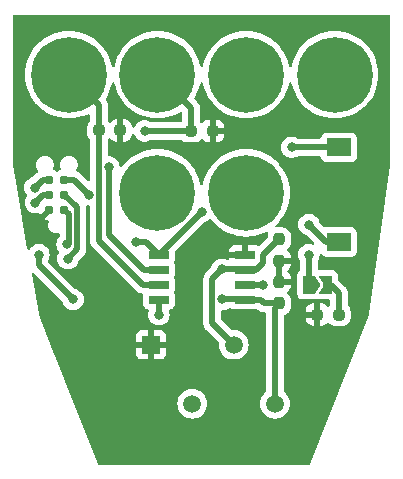
<source format=gbr>
%TF.GenerationSoftware,KiCad,Pcbnew,7.0.6*%
%TF.CreationDate,2023-10-04T19:29:37-04:00*%
%TF.ProjectId,Encoder_Pulse_Generic_ATTINY85,456e636f-6465-4725-9f50-756c73655f47,rev?*%
%TF.SameCoordinates,Original*%
%TF.FileFunction,Copper,L1,Top*%
%TF.FilePolarity,Positive*%
%FSLAX46Y46*%
G04 Gerber Fmt 4.6, Leading zero omitted, Abs format (unit mm)*
G04 Created by KiCad (PCBNEW 7.0.6) date 2023-10-04 19:29:37*
%MOMM*%
%LPD*%
G01*
G04 APERTURE LIST*
G04 Aperture macros list*
%AMRoundRect*
0 Rectangle with rounded corners*
0 $1 Rounding radius*
0 $2 $3 $4 $5 $6 $7 $8 $9 X,Y pos of 4 corners*
0 Add a 4 corners polygon primitive as box body*
4,1,4,$2,$3,$4,$5,$6,$7,$8,$9,$2,$3,0*
0 Add four circle primitives for the rounded corners*
1,1,$1+$1,$2,$3*
1,1,$1+$1,$4,$5*
1,1,$1+$1,$6,$7*
1,1,$1+$1,$8,$9*
0 Add four rect primitives between the rounded corners*
20,1,$1+$1,$2,$3,$4,$5,0*
20,1,$1+$1,$4,$5,$6,$7,0*
20,1,$1+$1,$6,$7,$8,$9,0*
20,1,$1+$1,$8,$9,$2,$3,0*%
%AMFreePoly0*
4,1,6,1.000000,0.000000,0.500000,-0.750000,-0.500000,-0.750000,-0.500000,0.750000,0.500000,0.750000,1.000000,0.000000,1.000000,0.000000,$1*%
%AMFreePoly1*
4,1,6,0.500000,-0.750000,-0.650000,-0.750000,-0.150000,0.000000,-0.650000,0.750000,0.500000,0.750000,0.500000,-0.750000,0.500000,-0.750000,$1*%
G04 Aperture macros list end*
%TA.AperFunction,ConnectorPad*%
%ADD10C,0.787400*%
%TD*%
%TA.AperFunction,SMDPad,CuDef*%
%ADD11RoundRect,0.237500X-0.250000X-0.237500X0.250000X-0.237500X0.250000X0.237500X-0.250000X0.237500X0*%
%TD*%
%TA.AperFunction,SMDPad,CuDef*%
%ADD12FreePoly0,0.000000*%
%TD*%
%TA.AperFunction,SMDPad,CuDef*%
%ADD13FreePoly1,0.000000*%
%TD*%
%TA.AperFunction,SMDPad,CuDef*%
%ADD14R,2.000000X1.500000*%
%TD*%
%TA.AperFunction,ComponentPad*%
%ADD15C,1.508000*%
%TD*%
%TA.AperFunction,ComponentPad*%
%ADD16R,1.508000X1.508000*%
%TD*%
%TA.AperFunction,SMDPad,CuDef*%
%ADD17RoundRect,0.237500X0.250000X0.237500X-0.250000X0.237500X-0.250000X-0.237500X0.250000X-0.237500X0*%
%TD*%
%TA.AperFunction,SMDPad,CuDef*%
%ADD18RoundRect,0.237500X0.237500X-0.250000X0.237500X0.250000X-0.237500X0.250000X-0.237500X-0.250000X0*%
%TD*%
%TA.AperFunction,SMDPad,CuDef*%
%ADD19RoundRect,0.237500X-0.237500X0.250000X-0.237500X-0.250000X0.237500X-0.250000X0.237500X0.250000X0*%
%TD*%
%TA.AperFunction,SMDPad,CuDef*%
%ADD20R,1.700000X0.650000*%
%TD*%
%TA.AperFunction,ComponentPad*%
%ADD21C,3.600000*%
%TD*%
%TA.AperFunction,ConnectorPad*%
%ADD22C,6.400000*%
%TD*%
%TA.AperFunction,ViaPad*%
%ADD23C,0.800000*%
%TD*%
%TA.AperFunction,Conductor*%
%ADD24C,0.500000*%
%TD*%
G04 APERTURE END LIST*
D10*
%TO.P,J2,1,SWO*%
%TO.N,/SEL*%
X126619000Y-87630000D03*
%TO.P,J2,2,VCC*%
%TO.N,+5V*%
X125349000Y-87630000D03*
%TO.P,J2,3,SWCLK*%
%TO.N,/SCL*%
X126619000Y-86360000D03*
%TO.P,J2,4,~{RESET}*%
%TO.N,/SDA*%
X125349000Y-86360000D03*
%TO.P,J2,5,SWDIO*%
%TO.N,/RST*%
X126619000Y-85090000D03*
%TO.P,J2,6,GND*%
%TO.N,GND*%
X125349000Y-85090000D03*
%TD*%
D11*
%TO.P,R5,1*%
%TO.N,+5V*%
X148035000Y-96520000D03*
%TO.P,R5,2*%
%TO.N,Net-(JP1-B)*%
X149860000Y-96520000D03*
%TD*%
D12*
%TO.P,JP1,1,A*%
%TO.N,/SEL*%
X147320000Y-93980000D03*
D13*
%TO.P,JP1,2,B*%
%TO.N,Net-(JP1-B)*%
X148770000Y-93980000D03*
%TD*%
D14*
%TO.P,SW1,1,1*%
%TO.N,GND*%
X149860000Y-90360000D03*
%TO.P,SW1,2,2*%
%TO.N,/RST*%
X149860000Y-82360000D03*
%TD*%
D15*
%TO.P,J1,4,Pin_4*%
%TO.N,/SDA*%
X144455138Y-104060000D03*
%TO.P,J1,3,Pin_3*%
%TO.N,/SCL*%
X140955138Y-99060000D03*
%TO.P,J1,2,Pin_2*%
%TO.N,GND*%
X137455138Y-104060000D03*
D16*
%TO.P,J1,1,Pin_1*%
%TO.N,+5V*%
X133955138Y-99060000D03*
%TD*%
D17*
%TO.P,R4,1*%
%TO.N,+5V*%
X131365000Y-80927869D03*
%TO.P,R4,2*%
%TO.N,/ENCA*%
X129540000Y-80927869D03*
%TD*%
%TO.P,R3,2*%
%TO.N,/ENCB*%
X137352321Y-80966968D03*
%TO.P,R3,1*%
%TO.N,+5V*%
X139177321Y-80966968D03*
%TD*%
D18*
%TO.P,R2,1*%
%TO.N,+5V*%
X144803487Y-91946372D03*
%TO.P,R2,2*%
%TO.N,/SCL*%
X144803487Y-90121372D03*
%TD*%
D19*
%TO.P,R1,1*%
%TO.N,+5V*%
X144826975Y-93738517D03*
%TO.P,R1,2*%
%TO.N,/SDA*%
X144826975Y-95563517D03*
%TD*%
D20*
%TO.P,U1,1,~{RESET}/PB5*%
%TO.N,/RST*%
X134620000Y-91440000D03*
%TO.P,U1,2,XTAL1/PB3*%
%TO.N,/ENCB*%
X134620000Y-92710000D03*
%TO.P,U1,3,XTAL2/PB4*%
%TO.N,/ENCA*%
X134620000Y-93980000D03*
%TO.P,U1,4,GND*%
%TO.N,GND*%
X134620000Y-95250000D03*
%TO.P,U1,5,AREF/PB0*%
%TO.N,/SDA*%
X141920000Y-95250000D03*
%TO.P,U1,6,PB1*%
%TO.N,/SEL*%
X141920000Y-93980000D03*
%TO.P,U1,7,PB2*%
%TO.N,/SCL*%
X141920000Y-92710000D03*
%TO.P,U1,8,VCC*%
%TO.N,+5V*%
X141920000Y-91440000D03*
%TD*%
D21*
%TO.P,REF\u002A\u002A,1*%
%TO.N,N/C*%
X142000000Y-86200000D03*
D22*
X142000000Y-86200000D03*
%TD*%
D21*
%TO.P,REF\u002A\u002A,1*%
%TO.N,N/C*%
X134500000Y-86200000D03*
D22*
X134500000Y-86200000D03*
%TD*%
D21*
%TO.P,REF\u002A\u002A,1*%
%TO.N,unconnected-(U1-VCC-Pad8)*%
X149500000Y-76200000D03*
D22*
X149500000Y-76200000D03*
%TD*%
D21*
%TO.P,REF\u002A\u002A,1*%
%TO.N,unconnected-(U1-GND-Pad4)*%
X142000000Y-76200000D03*
D22*
X142000000Y-76200000D03*
%TD*%
D21*
%TO.P,REF\u002A\u002A,1*%
%TO.N,/ENCB*%
X134500000Y-76200000D03*
D22*
X134500000Y-76200000D03*
%TD*%
%TO.P,REF\u002A\u002A,1*%
%TO.N,/ENCA*%
X127000000Y-76200000D03*
D21*
X127000000Y-76200000D03*
%TD*%
D23*
%TO.N,GND*%
X147320000Y-88900000D03*
X134620000Y-96520000D03*
%TO.N,/RST*%
X138245270Y-87814730D03*
X145867042Y-82352498D03*
%TO.N,/SEL*%
X126850500Y-90566520D03*
%TO.N,/SDA*%
X124460000Y-91440000D03*
X124166905Y-87043735D03*
%TO.N,/ENCB*%
X130389500Y-84004601D03*
X133410197Y-80967966D03*
%TO.N,GND*%
X124121814Y-85766296D03*
%TO.N,/SDA*%
X139985792Y-95235573D03*
X127354554Y-95235573D03*
%TO.N,/RST*%
X132706343Y-90391062D03*
X128690500Y-86360000D03*
%TO.N,/SCL*%
X139953639Y-92686439D03*
X126916577Y-91773337D03*
%TO.N,/SEL*%
X147320000Y-91440000D03*
X143403365Y-94004182D03*
%TD*%
D24*
%TO.N,/SCL*%
X139135792Y-93504286D02*
X139953639Y-92686439D01*
X139135792Y-97240654D02*
X139135792Y-93504286D01*
X140955138Y-99060000D02*
X139135792Y-97240654D01*
%TO.N,/SDA*%
X144455138Y-95935354D02*
X144455138Y-104060000D01*
X144826975Y-95563517D02*
X144455138Y-95935354D01*
%TO.N,GND*%
X148780000Y-90360000D02*
X147320000Y-88900000D01*
X149860000Y-90360000D02*
X148780000Y-90360000D01*
X134620000Y-95250000D02*
X134620000Y-96520000D01*
%TO.N,/RST*%
X145874544Y-82360000D02*
X145867042Y-82352498D01*
X149860000Y-82360000D02*
X145874544Y-82360000D01*
%TO.N,/SEL*%
X127000000Y-90417020D02*
X126850500Y-90566520D01*
X127000000Y-90396354D02*
X127000000Y-90417020D01*
%TO.N,/SDA*%
X124850640Y-86360000D02*
X124166905Y-87043735D01*
X125349000Y-86360000D02*
X124850640Y-86360000D01*
%TO.N,/ENCB*%
X133411195Y-80966968D02*
X133410197Y-80967966D01*
X133423199Y-80966968D02*
X133411195Y-80966968D01*
%TO.N,GND*%
X124798110Y-85090000D02*
X124121814Y-85766296D01*
X125349000Y-85090000D02*
X124798110Y-85090000D01*
%TO.N,/SDA*%
X139985792Y-95235573D02*
X141905573Y-95235573D01*
X141905573Y-95235573D02*
X141920000Y-95250000D01*
X124460000Y-92341019D02*
X127354554Y-95235573D01*
X124460000Y-91440000D02*
X124460000Y-92341019D01*
%TO.N,/RST*%
X133571062Y-90391062D02*
X134620000Y-91440000D01*
X132706343Y-90391062D02*
X133571062Y-90391062D01*
X127420500Y-85090000D02*
X128690500Y-86360000D01*
X126619000Y-85090000D02*
X127420500Y-85090000D01*
%TO.N,/SCL*%
X141896439Y-92686439D02*
X141920000Y-92710000D01*
X139953639Y-92686439D02*
X141896439Y-92686439D01*
X127700000Y-90989914D02*
X126916577Y-91773337D01*
X127700000Y-87441000D02*
X127700000Y-90989914D01*
X126619000Y-86360000D02*
X127700000Y-87441000D01*
%TO.N,/SEL*%
X127000000Y-88011000D02*
X127000000Y-90396354D01*
X126619000Y-87630000D02*
X127000000Y-88011000D01*
X141944182Y-94004182D02*
X141920000Y-93980000D01*
X143403365Y-94004182D02*
X141944182Y-94004182D01*
X147320000Y-93980000D02*
X147320000Y-91440000D01*
%TO.N,Net-(JP1-B)*%
X149158718Y-93980000D02*
X149860000Y-94681282D01*
X149860000Y-94681282D02*
X149860000Y-96520000D01*
X148770000Y-93980000D02*
X149158718Y-93980000D01*
%TO.N,/RST*%
X138245270Y-87814730D02*
X134620000Y-91440000D01*
%TO.N,/SDA*%
X144821678Y-95558220D02*
X144826975Y-95563517D01*
X143539666Y-95558220D02*
X144821678Y-95558220D01*
X143231446Y-95250000D02*
X143539666Y-95558220D01*
X141920000Y-95250000D02*
X143231446Y-95250000D01*
%TO.N,/SCL*%
X143445714Y-91479145D02*
X144803487Y-90121372D01*
X143445714Y-92128979D02*
X143445714Y-91479145D01*
X142864693Y-92710000D02*
X143445714Y-92128979D01*
X141920000Y-92710000D02*
X142864693Y-92710000D01*
%TO.N,/ENCB*%
X130385566Y-89745566D02*
X133350000Y-92710000D01*
X133350000Y-92710000D02*
X134620000Y-92710000D01*
X130385566Y-84004601D02*
X130385566Y-89745566D01*
X137352321Y-80966968D02*
X133423199Y-80966968D01*
%TO.N,/ENCA*%
X133270000Y-93980000D02*
X134620000Y-93980000D01*
X129540000Y-90250000D02*
X133270000Y-93980000D01*
X129540000Y-80927869D02*
X129540000Y-90250000D01*
X129540000Y-78740000D02*
X129540000Y-80927869D01*
X127000000Y-76200000D02*
X129540000Y-78740000D01*
%TO.N,/ENCB*%
X137352321Y-79052321D02*
X134500000Y-76200000D01*
X137352321Y-80966968D02*
X137352321Y-79052321D01*
%TD*%
%TA.AperFunction,Conductor*%
%TO.N,+5V*%
G36*
X154174539Y-71140185D02*
G01*
X154220294Y-71192989D01*
X154231500Y-71244500D01*
X154231500Y-83815588D01*
X154230886Y-83824296D01*
X153801270Y-86855475D01*
X152433577Y-96505298D01*
X152426091Y-96533558D01*
X147432688Y-109141161D01*
X147389700Y-109196241D01*
X147323758Y-109219337D01*
X147317401Y-109219500D01*
X129546599Y-109219500D01*
X129479560Y-109199815D01*
X129433805Y-109147011D01*
X129431312Y-109141161D01*
X127418852Y-104060000D01*
X136195846Y-104060000D01*
X136214977Y-104278674D01*
X136271791Y-104490703D01*
X136271792Y-104490706D01*
X136271793Y-104490708D01*
X136364557Y-104689642D01*
X136364561Y-104689650D01*
X136490460Y-104869452D01*
X136490465Y-104869458D01*
X136645679Y-105024672D01*
X136645685Y-105024677D01*
X136825487Y-105150576D01*
X136825489Y-105150577D01*
X136825492Y-105150579D01*
X137024435Y-105243347D01*
X137236464Y-105300161D01*
X137392659Y-105313825D01*
X137455136Y-105319292D01*
X137455138Y-105319292D01*
X137455140Y-105319292D01*
X137509806Y-105314509D01*
X137673812Y-105300161D01*
X137885841Y-105243347D01*
X138084784Y-105150579D01*
X138264595Y-105024674D01*
X138419812Y-104869457D01*
X138545717Y-104689646D01*
X138638485Y-104490703D01*
X138695299Y-104278674D01*
X138714430Y-104060000D01*
X138695299Y-103841326D01*
X138638485Y-103629297D01*
X138545717Y-103430354D01*
X138545715Y-103430351D01*
X138545714Y-103430349D01*
X138419815Y-103250547D01*
X138419810Y-103250541D01*
X138264596Y-103095327D01*
X138264590Y-103095322D01*
X138084788Y-102969423D01*
X138084780Y-102969419D01*
X137885846Y-102876655D01*
X137885844Y-102876654D01*
X137885841Y-102876653D01*
X137735023Y-102836240D01*
X137673813Y-102819839D01*
X137673806Y-102819838D01*
X137455140Y-102800708D01*
X137455136Y-102800708D01*
X137236469Y-102819838D01*
X137236462Y-102819839D01*
X137114040Y-102852642D01*
X137024435Y-102876653D01*
X137024433Y-102876653D01*
X137024429Y-102876655D01*
X136825495Y-102969419D01*
X136825487Y-102969423D01*
X136645685Y-103095322D01*
X136645679Y-103095327D01*
X136490465Y-103250541D01*
X136490460Y-103250547D01*
X136364561Y-103430349D01*
X136364557Y-103430357D01*
X136271793Y-103629291D01*
X136214977Y-103841324D01*
X136214976Y-103841331D01*
X136195846Y-104059997D01*
X136195846Y-104060000D01*
X127418852Y-104060000D01*
X125820608Y-100024672D01*
X125756111Y-99861827D01*
X132701137Y-99861827D01*
X132701138Y-99861844D01*
X132707539Y-99921372D01*
X132707541Y-99921379D01*
X132757783Y-100056086D01*
X132757787Y-100056093D01*
X132843947Y-100171187D01*
X132843950Y-100171190D01*
X132959044Y-100257350D01*
X132959051Y-100257354D01*
X133093758Y-100307596D01*
X133093765Y-100307598D01*
X133153293Y-100313999D01*
X133153310Y-100314000D01*
X133705138Y-100314000D01*
X133705138Y-99495501D01*
X133812823Y-99544680D01*
X133919375Y-99560000D01*
X133990901Y-99560000D01*
X134097453Y-99544680D01*
X134205138Y-99495501D01*
X134205138Y-100314000D01*
X134756966Y-100314000D01*
X134756982Y-100313999D01*
X134816510Y-100307598D01*
X134816517Y-100307596D01*
X134951224Y-100257354D01*
X134951231Y-100257350D01*
X135066325Y-100171190D01*
X135066328Y-100171187D01*
X135152488Y-100056093D01*
X135152492Y-100056086D01*
X135202734Y-99921379D01*
X135202736Y-99921372D01*
X135209137Y-99861844D01*
X135209138Y-99861827D01*
X135209138Y-99310000D01*
X134388824Y-99310000D01*
X134414631Y-99269844D01*
X134455138Y-99131889D01*
X134455138Y-98988111D01*
X134414631Y-98850156D01*
X134388824Y-98810000D01*
X135209138Y-98810000D01*
X135209138Y-98258172D01*
X135209137Y-98258155D01*
X135202736Y-98198627D01*
X135202734Y-98198620D01*
X135152492Y-98063913D01*
X135152488Y-98063906D01*
X135066328Y-97948812D01*
X135066325Y-97948809D01*
X134951231Y-97862649D01*
X134951224Y-97862645D01*
X134816517Y-97812403D01*
X134816510Y-97812401D01*
X134756982Y-97806000D01*
X134205138Y-97806000D01*
X134205138Y-98624498D01*
X134097453Y-98575320D01*
X133990901Y-98560000D01*
X133919375Y-98560000D01*
X133812823Y-98575320D01*
X133705138Y-98624498D01*
X133705138Y-97806000D01*
X133153293Y-97806000D01*
X133093765Y-97812401D01*
X133093758Y-97812403D01*
X132959051Y-97862645D01*
X132959044Y-97862649D01*
X132843950Y-97948809D01*
X132843947Y-97948812D01*
X132757787Y-98063906D01*
X132757783Y-98063913D01*
X132707541Y-98198620D01*
X132707539Y-98198627D01*
X132701138Y-98258155D01*
X132701137Y-98258172D01*
X132701137Y-98810000D01*
X133521452Y-98810000D01*
X133495645Y-98850156D01*
X133455138Y-98988111D01*
X133455138Y-99131889D01*
X133495645Y-99269844D01*
X133521452Y-99310000D01*
X132701138Y-99310000D01*
X132701137Y-99861827D01*
X125756111Y-99861827D01*
X124437193Y-96531756D01*
X124430301Y-96507262D01*
X124429961Y-96505298D01*
X123840310Y-93101403D01*
X123848263Y-93031990D01*
X123892482Y-92977893D01*
X123958928Y-92956291D01*
X124026506Y-92974042D01*
X124050171Y-92992559D01*
X126441782Y-95384168D01*
X126472032Y-95433531D01*
X126527372Y-95603850D01*
X126527375Y-95603857D01*
X126622021Y-95767789D01*
X126748682Y-95908460D01*
X126748683Y-95908461D01*
X126901819Y-96019721D01*
X126901824Y-96019724D01*
X127074746Y-96096715D01*
X127074751Y-96096717D01*
X127259908Y-96136073D01*
X127259909Y-96136073D01*
X127449198Y-96136073D01*
X127449200Y-96136073D01*
X127634357Y-96096717D01*
X127807284Y-96019724D01*
X127960425Y-95908461D01*
X128087087Y-95767789D01*
X128181733Y-95603857D01*
X128240228Y-95423829D01*
X128260014Y-95235573D01*
X128240228Y-95047317D01*
X128181733Y-94867289D01*
X128087087Y-94703357D01*
X127960425Y-94562685D01*
X127960424Y-94562684D01*
X127807288Y-94451424D01*
X127807283Y-94451421D01*
X127634361Y-94374430D01*
X127634356Y-94374428D01*
X127569223Y-94360584D01*
X127507741Y-94327391D01*
X127507323Y-94326975D01*
X125246818Y-92066469D01*
X125213333Y-92005146D01*
X125210499Y-91978788D01*
X125210499Y-91974322D01*
X125227112Y-91912321D01*
X125287179Y-91808284D01*
X125345674Y-91628256D01*
X125365460Y-91440000D01*
X125345674Y-91251744D01*
X125287179Y-91071716D01*
X125192533Y-90907784D01*
X125065871Y-90767112D01*
X125053071Y-90757812D01*
X124912734Y-90655851D01*
X124912729Y-90655848D01*
X124739807Y-90578857D01*
X124739802Y-90578855D01*
X124594001Y-90547865D01*
X124554646Y-90539500D01*
X124365354Y-90539500D01*
X124332897Y-90546398D01*
X124180197Y-90578855D01*
X124180192Y-90578857D01*
X124007270Y-90655848D01*
X124007265Y-90655851D01*
X123854129Y-90767111D01*
X123727465Y-90907785D01*
X123693114Y-90967284D01*
X123642547Y-91015500D01*
X123573940Y-91028722D01*
X123509075Y-91002754D01*
X123468547Y-90945840D01*
X123463547Y-90926449D01*
X122569661Y-85766296D01*
X123216354Y-85766296D01*
X123236140Y-85954552D01*
X123236141Y-85954555D01*
X123294632Y-86134573D01*
X123294635Y-86134580D01*
X123389278Y-86298508D01*
X123389279Y-86298510D01*
X123389281Y-86298512D01*
X123433015Y-86347083D01*
X123463244Y-86410073D01*
X123454619Y-86479408D01*
X123437626Y-86505853D01*
X123438191Y-86506263D01*
X123434369Y-86511522D01*
X123339726Y-86675450D01*
X123339723Y-86675457D01*
X123281232Y-86855475D01*
X123281231Y-86855479D01*
X123261445Y-87043735D01*
X123281231Y-87231991D01*
X123281232Y-87231994D01*
X123339723Y-87412012D01*
X123339726Y-87412019D01*
X123434372Y-87575951D01*
X123500763Y-87649685D01*
X123561034Y-87716623D01*
X123714170Y-87827883D01*
X123714175Y-87827886D01*
X123887097Y-87904877D01*
X123887102Y-87904879D01*
X124072259Y-87944235D01*
X124072260Y-87944235D01*
X124261549Y-87944235D01*
X124261551Y-87944235D01*
X124386059Y-87917770D01*
X124455724Y-87923086D01*
X124511458Y-87965223D01*
X124524272Y-87990080D01*
X124525424Y-87989568D01*
X124528066Y-87995503D01*
X124565355Y-88060089D01*
X124565356Y-88060090D01*
X125137319Y-87488127D01*
X125198642Y-87454642D01*
X125268334Y-87459626D01*
X125324267Y-87501498D01*
X125348684Y-87566962D01*
X125349000Y-87575808D01*
X125349000Y-87630000D01*
X125403190Y-87630000D01*
X125470229Y-87649685D01*
X125515984Y-87702489D01*
X125525928Y-87771647D01*
X125496903Y-87835203D01*
X125490871Y-87841681D01*
X124916732Y-88415818D01*
X125071312Y-88484641D01*
X125182783Y-88508335D01*
X125244265Y-88541527D01*
X125278041Y-88602690D01*
X125275793Y-88665188D01*
X125244532Y-88769608D01*
X125244530Y-88769616D01*
X125236936Y-88899999D01*
X125234393Y-88943660D01*
X125264668Y-89115354D01*
X125333721Y-89275438D01*
X125333722Y-89275440D01*
X125333724Y-89275443D01*
X125433671Y-89409694D01*
X125437832Y-89415283D01*
X125571386Y-89527349D01*
X125727185Y-89605594D01*
X125896829Y-89645800D01*
X125896831Y-89645800D01*
X126027429Y-89645800D01*
X126027436Y-89645800D01*
X126111105Y-89636020D01*
X126179975Y-89647788D01*
X126231551Y-89694922D01*
X126249500Y-89759181D01*
X126249500Y-89840622D01*
X126229815Y-89907661D01*
X126217650Y-89923594D01*
X126117966Y-90034304D01*
X126023321Y-90198235D01*
X126023318Y-90198242D01*
X125981718Y-90326275D01*
X125964826Y-90378264D01*
X125945040Y-90566520D01*
X125964826Y-90754776D01*
X125965812Y-90757812D01*
X126023318Y-90934797D01*
X126023321Y-90934804D01*
X126117966Y-91098735D01*
X126148034Y-91132129D01*
X126178264Y-91195121D01*
X126169638Y-91264456D01*
X126163271Y-91277101D01*
X126089398Y-91405052D01*
X126089395Y-91405059D01*
X126030904Y-91585077D01*
X126030903Y-91585081D01*
X126011117Y-91773337D01*
X126030903Y-91961593D01*
X126030904Y-91961596D01*
X126089395Y-92141614D01*
X126089398Y-92141621D01*
X126184044Y-92305553D01*
X126310706Y-92446225D01*
X126463842Y-92557485D01*
X126463847Y-92557488D01*
X126636769Y-92634479D01*
X126636774Y-92634481D01*
X126821931Y-92673837D01*
X126821932Y-92673837D01*
X127011221Y-92673837D01*
X127011223Y-92673837D01*
X127196380Y-92634481D01*
X127369307Y-92557488D01*
X127522448Y-92446225D01*
X127649110Y-92305553D01*
X127743756Y-92141621D01*
X127799099Y-91971292D01*
X127829346Y-91921934D01*
X128185641Y-91565638D01*
X128199260Y-91553868D01*
X128218530Y-91539524D01*
X128252123Y-91499488D01*
X128255757Y-91495522D01*
X128261590Y-91489691D01*
X128281923Y-91463974D01*
X128331302Y-91405128D01*
X128331309Y-91405112D01*
X128335272Y-91399090D01*
X128335324Y-91399124D01*
X128339371Y-91392772D01*
X128339317Y-91392739D01*
X128343104Y-91386598D01*
X128343110Y-91386591D01*
X128375561Y-91317000D01*
X128395599Y-91277101D01*
X128410040Y-91248347D01*
X128410042Y-91248335D01*
X128412510Y-91241558D01*
X128412568Y-91241579D01*
X128415043Y-91234460D01*
X128414985Y-91234441D01*
X128417256Y-91227586D01*
X128418676Y-91220712D01*
X128432784Y-91152381D01*
X128450500Y-91077635D01*
X128450500Y-91077634D01*
X128451339Y-91070462D01*
X128451397Y-91070468D01*
X128452164Y-91062970D01*
X128452104Y-91062965D01*
X128452733Y-91055774D01*
X128450500Y-90979017D01*
X128450500Y-87504705D01*
X128451809Y-87486735D01*
X128452129Y-87484547D01*
X128455289Y-87462977D01*
X128450735Y-87410931D01*
X128450500Y-87405528D01*
X128450500Y-87397296D01*
X128450499Y-87397286D01*
X128450459Y-87396941D01*
X128450474Y-87396852D01*
X128450290Y-87393694D01*
X128451021Y-87393651D01*
X128462226Y-87328069D01*
X128509360Y-87276492D01*
X128576897Y-87258586D01*
X128589369Y-87260066D01*
X128589395Y-87259821D01*
X128595853Y-87260500D01*
X128665500Y-87260500D01*
X128732539Y-87280185D01*
X128778294Y-87332989D01*
X128789500Y-87384500D01*
X128789500Y-90186294D01*
X128788191Y-90204263D01*
X128784710Y-90228025D01*
X128789264Y-90280064D01*
X128789500Y-90285470D01*
X128789500Y-90293709D01*
X128792508Y-90319451D01*
X128793306Y-90326274D01*
X128800000Y-90402791D01*
X128801461Y-90409867D01*
X128801403Y-90409878D01*
X128803034Y-90417237D01*
X128803092Y-90417224D01*
X128804757Y-90424250D01*
X128831025Y-90496424D01*
X128855185Y-90569331D01*
X128858236Y-90575874D01*
X128858182Y-90575898D01*
X128861470Y-90582688D01*
X128861521Y-90582663D01*
X128864761Y-90589113D01*
X128864762Y-90589114D01*
X128864763Y-90589117D01*
X128885997Y-90621402D01*
X128906965Y-90653283D01*
X128947287Y-90718655D01*
X128951766Y-90724319D01*
X128951719Y-90724356D01*
X128956482Y-90730202D01*
X128956528Y-90730164D01*
X128961173Y-90735700D01*
X129017017Y-90788386D01*
X129017018Y-90788386D01*
X130857388Y-92628756D01*
X132694267Y-94465634D01*
X132706048Y-94479266D01*
X132720390Y-94498530D01*
X132760420Y-94532119D01*
X132764392Y-94535759D01*
X132770224Y-94541591D01*
X132770227Y-94541594D01*
X132795947Y-94561931D01*
X132854788Y-94611304D01*
X132860818Y-94615270D01*
X132860785Y-94615319D01*
X132867143Y-94619369D01*
X132867175Y-94619319D01*
X132873320Y-94623109D01*
X132873323Y-94623111D01*
X132942936Y-94655572D01*
X133011567Y-94690040D01*
X133011572Y-94690041D01*
X133018361Y-94692513D01*
X133018340Y-94692570D01*
X133025455Y-94695043D01*
X133025475Y-94694986D01*
X133032330Y-94697258D01*
X133107557Y-94712790D01*
X133107558Y-94712790D01*
X133176327Y-94729089D01*
X133237018Y-94763703D01*
X133269362Y-94825635D01*
X133271019Y-94862996D01*
X133269500Y-94877123D01*
X133269500Y-95622870D01*
X133269501Y-95622876D01*
X133275908Y-95682483D01*
X133326202Y-95817328D01*
X133326206Y-95817335D01*
X133412452Y-95932544D01*
X133412455Y-95932547D01*
X133527664Y-96018793D01*
X133527671Y-96018797D01*
X133662517Y-96069091D01*
X133670062Y-96070874D01*
X133669770Y-96072107D01*
X133727027Y-96095820D01*
X133766879Y-96153210D01*
X133769377Y-96223035D01*
X133767158Y-96230693D01*
X133734327Y-96331738D01*
X133734327Y-96331740D01*
X133734326Y-96331744D01*
X133714540Y-96520000D01*
X133734326Y-96708256D01*
X133734327Y-96708259D01*
X133792818Y-96888277D01*
X133792821Y-96888284D01*
X133887467Y-97052216D01*
X133904847Y-97071518D01*
X134014129Y-97192888D01*
X134167265Y-97304148D01*
X134167270Y-97304151D01*
X134340192Y-97381142D01*
X134340197Y-97381144D01*
X134525354Y-97420500D01*
X134525355Y-97420500D01*
X134714644Y-97420500D01*
X134714646Y-97420500D01*
X134899803Y-97381144D01*
X135072730Y-97304151D01*
X135225871Y-97192888D01*
X135352533Y-97052216D01*
X135447179Y-96888284D01*
X135505674Y-96708256D01*
X135525460Y-96520000D01*
X135505674Y-96331744D01*
X135472841Y-96230695D01*
X135470846Y-96160854D01*
X135506926Y-96101021D01*
X135569627Y-96070193D01*
X135577473Y-96069093D01*
X135577479Y-96069092D01*
X135577481Y-96069091D01*
X135577483Y-96069091D01*
X135712331Y-96018796D01*
X135827546Y-95932546D01*
X135913796Y-95817331D01*
X135964091Y-95682483D01*
X135970500Y-95622873D01*
X135970499Y-94877128D01*
X135964091Y-94817517D01*
X135958290Y-94801965D01*
X135913797Y-94682671D01*
X135909546Y-94674886D01*
X135912724Y-94673150D01*
X135894344Y-94623741D01*
X135909253Y-94555480D01*
X135909866Y-94554526D01*
X135913793Y-94547335D01*
X135913792Y-94547335D01*
X135913796Y-94547331D01*
X135964091Y-94412483D01*
X135970500Y-94352873D01*
X135970499Y-93607128D01*
X135964091Y-93547517D01*
X135959632Y-93535561D01*
X135913797Y-93412670D01*
X135909547Y-93404888D01*
X135912757Y-93403134D01*
X135894361Y-93354001D01*
X135909127Y-93285709D01*
X135909752Y-93284736D01*
X135913797Y-93277329D01*
X135943744Y-93197036D01*
X135964091Y-93142483D01*
X135970500Y-93082873D01*
X135970499Y-92337128D01*
X135964091Y-92277517D01*
X135964091Y-92277516D01*
X135913797Y-92142670D01*
X135909547Y-92134888D01*
X135912757Y-92133134D01*
X135894361Y-92084001D01*
X135909127Y-92015709D01*
X135909752Y-92014736D01*
X135913797Y-92007329D01*
X135926108Y-91974321D01*
X135964091Y-91872483D01*
X135970500Y-91812873D01*
X135970499Y-91202228D01*
X135974089Y-91190000D01*
X140570000Y-91190000D01*
X141670000Y-91190000D01*
X141670000Y-90615000D01*
X141022155Y-90615000D01*
X140962627Y-90621401D01*
X140962620Y-90621403D01*
X140827913Y-90671645D01*
X140827906Y-90671649D01*
X140712812Y-90757809D01*
X140712809Y-90757812D01*
X140626649Y-90872906D01*
X140626645Y-90872913D01*
X140576403Y-91007620D01*
X140576401Y-91007627D01*
X140570000Y-91067155D01*
X140570000Y-91190000D01*
X135974089Y-91190000D01*
X135990183Y-91135190D01*
X136006813Y-91114553D01*
X138398041Y-88723325D01*
X138459362Y-88689842D01*
X138459718Y-88689764D01*
X138525073Y-88675874D01*
X138698000Y-88598881D01*
X138851141Y-88487618D01*
X138880185Y-88455361D01*
X138939670Y-88418714D01*
X139009527Y-88420043D01*
X139067576Y-88458930D01*
X139068674Y-88460267D01*
X139246219Y-88679516D01*
X139520484Y-88953781D01*
X139520488Y-88953784D01*
X139821917Y-89197877D01*
X140083374Y-89367669D01*
X140147211Y-89409125D01*
X140492806Y-89585214D01*
X140854913Y-89724214D01*
X141229567Y-89824602D01*
X141612662Y-89885278D01*
X141978576Y-89904455D01*
X141999999Y-89905578D01*
X142000000Y-89905578D01*
X142000001Y-89905578D01*
X142020300Y-89904514D01*
X142387338Y-89885278D01*
X142770433Y-89824602D01*
X143145087Y-89724214D01*
X143507194Y-89585214D01*
X143690815Y-89491654D01*
X143759482Y-89478759D01*
X143824223Y-89505035D01*
X143864480Y-89562142D01*
X143867472Y-89631947D01*
X143864814Y-89641143D01*
X143838313Y-89721116D01*
X143838312Y-89721120D01*
X143827987Y-89822187D01*
X143827987Y-89984140D01*
X143808302Y-90051179D01*
X143791668Y-90071821D01*
X143190863Y-90672625D01*
X143129540Y-90706110D01*
X143059848Y-90701126D01*
X143028868Y-90684209D01*
X143012089Y-90671648D01*
X142877376Y-90621402D01*
X142877372Y-90621401D01*
X142817844Y-90615000D01*
X142170000Y-90615000D01*
X142170000Y-91566000D01*
X142150315Y-91633039D01*
X142097511Y-91678794D01*
X142046000Y-91690000D01*
X140570000Y-91690000D01*
X140570000Y-91784198D01*
X140550315Y-91851237D01*
X140497511Y-91896992D01*
X140428353Y-91906936D01*
X140395564Y-91897477D01*
X140233446Y-91825296D01*
X140233441Y-91825294D01*
X140087639Y-91794304D01*
X140048285Y-91785939D01*
X139858993Y-91785939D01*
X139826536Y-91792837D01*
X139673836Y-91825294D01*
X139673831Y-91825296D01*
X139500909Y-91902287D01*
X139500904Y-91902290D01*
X139347768Y-92013550D01*
X139221105Y-92154224D01*
X139126460Y-92318154D01*
X139126458Y-92318158D01*
X139071118Y-92488478D01*
X139040868Y-92537840D01*
X138650150Y-92928558D01*
X138636521Y-92940337D01*
X138617260Y-92954676D01*
X138583690Y-92994683D01*
X138580045Y-92998662D01*
X138574201Y-93004508D01*
X138553851Y-93030245D01*
X138504487Y-93089075D01*
X138500521Y-93095105D01*
X138500474Y-93095074D01*
X138496422Y-93101433D01*
X138496471Y-93101463D01*
X138492681Y-93107607D01*
X138460216Y-93177227D01*
X138425752Y-93245852D01*
X138423280Y-93252643D01*
X138423224Y-93252622D01*
X138420752Y-93259736D01*
X138420807Y-93259755D01*
X138418534Y-93266613D01*
X138410767Y-93304232D01*
X138402999Y-93341851D01*
X138389793Y-93397570D01*
X138385290Y-93416572D01*
X138384453Y-93423740D01*
X138384393Y-93423733D01*
X138383627Y-93431231D01*
X138383687Y-93431237D01*
X138383057Y-93438426D01*
X138385292Y-93515202D01*
X138385292Y-97176948D01*
X138383983Y-97194917D01*
X138380502Y-97218679D01*
X138385056Y-97270718D01*
X138385292Y-97276124D01*
X138385292Y-97284363D01*
X138389098Y-97316928D01*
X138395792Y-97393445D01*
X138397253Y-97400521D01*
X138397195Y-97400532D01*
X138398826Y-97407891D01*
X138398884Y-97407878D01*
X138400549Y-97414904D01*
X138426817Y-97487078D01*
X138450977Y-97559985D01*
X138454028Y-97566528D01*
X138453974Y-97566552D01*
X138457262Y-97573342D01*
X138457313Y-97573317D01*
X138460553Y-97579767D01*
X138460554Y-97579768D01*
X138460555Y-97579771D01*
X138502756Y-97643936D01*
X138502757Y-97643937D01*
X138543079Y-97709309D01*
X138547558Y-97714973D01*
X138547511Y-97715010D01*
X138552274Y-97720856D01*
X138552320Y-97720818D01*
X138556965Y-97726354D01*
X138612809Y-97779039D01*
X139670881Y-98837111D01*
X139704366Y-98898434D01*
X139706728Y-98935598D01*
X139695846Y-99059997D01*
X139695846Y-99060000D01*
X139714977Y-99278674D01*
X139771791Y-99490703D01*
X139771792Y-99490706D01*
X139771793Y-99490708D01*
X139864557Y-99689642D01*
X139864561Y-99689650D01*
X139990460Y-99869452D01*
X139990465Y-99869458D01*
X140145679Y-100024672D01*
X140145685Y-100024677D01*
X140325487Y-100150576D01*
X140325489Y-100150577D01*
X140325492Y-100150579D01*
X140524435Y-100243347D01*
X140736464Y-100300161D01*
X140892659Y-100313826D01*
X140955136Y-100319292D01*
X140955138Y-100319292D01*
X140955140Y-100319292D01*
X141015639Y-100313999D01*
X141173812Y-100300161D01*
X141385841Y-100243347D01*
X141584784Y-100150579D01*
X141764595Y-100024674D01*
X141919812Y-99869457D01*
X142045717Y-99689646D01*
X142138485Y-99490703D01*
X142195299Y-99278674D01*
X142214430Y-99060000D01*
X142195299Y-98841326D01*
X142138485Y-98629297D01*
X142045717Y-98430354D01*
X142045715Y-98430351D01*
X142045714Y-98430349D01*
X141919815Y-98250547D01*
X141919810Y-98250541D01*
X141764596Y-98095327D01*
X141764590Y-98095322D01*
X141584788Y-97969423D01*
X141584780Y-97969419D01*
X141385846Y-97876655D01*
X141385844Y-97876654D01*
X141385841Y-97876653D01*
X141235023Y-97836240D01*
X141173813Y-97819839D01*
X141173806Y-97819838D01*
X140955140Y-97800708D01*
X140955135Y-97800708D01*
X140830736Y-97811590D01*
X140762236Y-97797823D01*
X140732249Y-97775743D01*
X139922611Y-96966105D01*
X139889126Y-96904782D01*
X139886292Y-96878424D01*
X139886292Y-96260073D01*
X139905977Y-96193034D01*
X139958781Y-96147279D01*
X140010292Y-96136073D01*
X140080436Y-96136073D01*
X140080438Y-96136073D01*
X140265595Y-96096717D01*
X140438522Y-96019724D01*
X140440568Y-96018237D01*
X140452244Y-96009755D01*
X140518050Y-95986275D01*
X140525129Y-95986073D01*
X140742685Y-95986073D01*
X140809724Y-96005758D01*
X140816997Y-96010807D01*
X140827668Y-96018795D01*
X140827671Y-96018797D01*
X140962517Y-96069091D01*
X140962516Y-96069091D01*
X140969444Y-96069835D01*
X141022127Y-96075500D01*
X142817872Y-96075499D01*
X142877483Y-96069091D01*
X142881398Y-96067630D01*
X142884642Y-96067398D01*
X142885025Y-96067308D01*
X142885039Y-96067370D01*
X142951085Y-96062642D01*
X143004443Y-96088822D01*
X143030075Y-96110331D01*
X143034063Y-96113986D01*
X143039882Y-96119805D01*
X143039886Y-96119808D01*
X143039889Y-96119811D01*
X143065625Y-96140160D01*
X143124452Y-96189522D01*
X143124453Y-96189522D01*
X143124455Y-96189524D01*
X143130484Y-96193490D01*
X143130451Y-96193539D01*
X143136813Y-96197592D01*
X143136845Y-96197541D01*
X143142985Y-96201328D01*
X143142989Y-96201331D01*
X143177798Y-96217563D01*
X143212607Y-96233795D01*
X143264931Y-96260073D01*
X143281233Y-96268260D01*
X143281235Y-96268260D01*
X143288023Y-96270731D01*
X143288002Y-96270787D01*
X143295123Y-96273263D01*
X143295142Y-96273206D01*
X143301988Y-96275474D01*
X143301993Y-96275477D01*
X143301998Y-96275478D01*
X143302001Y-96275479D01*
X143377230Y-96291012D01*
X143377231Y-96291012D01*
X143451945Y-96308720D01*
X143451948Y-96308720D01*
X143451952Y-96308721D01*
X143459119Y-96309559D01*
X143459112Y-96309618D01*
X143466610Y-96310384D01*
X143466616Y-96310325D01*
X143473805Y-96310954D01*
X143473809Y-96310953D01*
X143473810Y-96310954D01*
X143550583Y-96308720D01*
X143580638Y-96308720D01*
X143647677Y-96328405D01*
X143693432Y-96381209D01*
X143704638Y-96432720D01*
X143704638Y-102989493D01*
X143684953Y-103056532D01*
X143651765Y-103091065D01*
X143645688Y-103095319D01*
X143645677Y-103095329D01*
X143490465Y-103250541D01*
X143490460Y-103250547D01*
X143364561Y-103430349D01*
X143364557Y-103430357D01*
X143271793Y-103629291D01*
X143214977Y-103841324D01*
X143214976Y-103841331D01*
X143195846Y-104059997D01*
X143195846Y-104060000D01*
X143214977Y-104278674D01*
X143271791Y-104490703D01*
X143271792Y-104490706D01*
X143271793Y-104490708D01*
X143364557Y-104689642D01*
X143364561Y-104689650D01*
X143490460Y-104869452D01*
X143490465Y-104869458D01*
X143645679Y-105024672D01*
X143645685Y-105024677D01*
X143825487Y-105150576D01*
X143825489Y-105150577D01*
X143825492Y-105150579D01*
X144024435Y-105243347D01*
X144236464Y-105300161D01*
X144392659Y-105313825D01*
X144455136Y-105319292D01*
X144455138Y-105319292D01*
X144455140Y-105319292D01*
X144509806Y-105314509D01*
X144673812Y-105300161D01*
X144885841Y-105243347D01*
X145084784Y-105150579D01*
X145264595Y-105024674D01*
X145419812Y-104869457D01*
X145545717Y-104689646D01*
X145638485Y-104490703D01*
X145695299Y-104278674D01*
X145714430Y-104060000D01*
X145695299Y-103841326D01*
X145638485Y-103629297D01*
X145545717Y-103430354D01*
X145545715Y-103430351D01*
X145545714Y-103430349D01*
X145419815Y-103250547D01*
X145419810Y-103250541D01*
X145264598Y-103095329D01*
X145264587Y-103095319D01*
X145258511Y-103091065D01*
X145214888Y-103036486D01*
X145205638Y-102989493D01*
X145205638Y-96770000D01*
X147047501Y-96770000D01*
X147047501Y-96806654D01*
X147057819Y-96907652D01*
X147112046Y-97071300D01*
X147112051Y-97071311D01*
X147202552Y-97218034D01*
X147202555Y-97218038D01*
X147324461Y-97339944D01*
X147324465Y-97339947D01*
X147471188Y-97430448D01*
X147471199Y-97430453D01*
X147634847Y-97484680D01*
X147735851Y-97494999D01*
X147784999Y-97494998D01*
X147785000Y-97494998D01*
X147785000Y-96770000D01*
X147047501Y-96770000D01*
X145205638Y-96770000D01*
X145205638Y-96633743D01*
X145225323Y-96566704D01*
X145278127Y-96520949D01*
X145290622Y-96516041D01*
X145378491Y-96486925D01*
X145525325Y-96396357D01*
X145647315Y-96274367D01*
X145650009Y-96270000D01*
X147047500Y-96270000D01*
X147785000Y-96270000D01*
X147785000Y-95545000D01*
X147784999Y-95544999D01*
X147735861Y-95545000D01*
X147735843Y-95545001D01*
X147634847Y-95555319D01*
X147471199Y-95609546D01*
X147471188Y-95609551D01*
X147324465Y-95700052D01*
X147324461Y-95700055D01*
X147202555Y-95821961D01*
X147202552Y-95821965D01*
X147112051Y-95968688D01*
X147112046Y-95968699D01*
X147057819Y-96132347D01*
X147047500Y-96233345D01*
X147047500Y-96270000D01*
X145650009Y-96270000D01*
X145737883Y-96127533D01*
X145792149Y-95963770D01*
X145802475Y-95862694D01*
X145802474Y-95264341D01*
X145799535Y-95235573D01*
X145792149Y-95163264D01*
X145758304Y-95061128D01*
X145737883Y-94999501D01*
X145647315Y-94852667D01*
X145532992Y-94738344D01*
X145528436Y-94730000D01*
X146314353Y-94730000D01*
X146319499Y-94801960D01*
X146319500Y-94801965D01*
X146360045Y-94940050D01*
X146360047Y-94940053D01*
X146437857Y-95061128D01*
X146546627Y-95155377D01*
X146677543Y-95215165D01*
X146820000Y-95235647D01*
X146820003Y-95235647D01*
X147820000Y-95235647D01*
X147883541Y-95231639D01*
X147930114Y-95218808D01*
X147980692Y-95215618D01*
X148011892Y-95220103D01*
X148120000Y-95235647D01*
X148985500Y-95235647D01*
X149052539Y-95255332D01*
X149098294Y-95308136D01*
X149109500Y-95359647D01*
X149109500Y-95687947D01*
X149089815Y-95754986D01*
X149073181Y-95775628D01*
X149034827Y-95813982D01*
X148973504Y-95847467D01*
X148903812Y-95842483D01*
X148859465Y-95813982D01*
X148745538Y-95700055D01*
X148745534Y-95700052D01*
X148598811Y-95609551D01*
X148598800Y-95609546D01*
X148435152Y-95555319D01*
X148334154Y-95545000D01*
X148285000Y-95545000D01*
X148285000Y-97494999D01*
X148334140Y-97494999D01*
X148334154Y-97494998D01*
X148435152Y-97484680D01*
X148598800Y-97430453D01*
X148598811Y-97430448D01*
X148745533Y-97339948D01*
X148859464Y-97226017D01*
X148920787Y-97192532D01*
X148990479Y-97197516D01*
X149034827Y-97226017D01*
X149149150Y-97340340D01*
X149295984Y-97430908D01*
X149459747Y-97485174D01*
X149560823Y-97495500D01*
X150159176Y-97495499D01*
X150159184Y-97495498D01*
X150159187Y-97495498D01*
X150214530Y-97489844D01*
X150260253Y-97485174D01*
X150424016Y-97430908D01*
X150570850Y-97340340D01*
X150692840Y-97218350D01*
X150783408Y-97071516D01*
X150837674Y-96907753D01*
X150848000Y-96806677D01*
X150847999Y-96233324D01*
X150847730Y-96230695D01*
X150837674Y-96132247D01*
X150830412Y-96110331D01*
X150783408Y-95968484D01*
X150692840Y-95821650D01*
X150646818Y-95775628D01*
X150613334Y-95714306D01*
X150610500Y-95687948D01*
X150610500Y-94744987D01*
X150611809Y-94727018D01*
X150615274Y-94703358D01*
X150615289Y-94703259D01*
X150614132Y-94690039D01*
X150610736Y-94651216D01*
X150610500Y-94645810D01*
X150610500Y-94637579D01*
X150610500Y-94637573D01*
X150606693Y-94605006D01*
X150599999Y-94528485D01*
X150599999Y-94528483D01*
X150598539Y-94521411D01*
X150598597Y-94521398D01*
X150596965Y-94514039D01*
X150596906Y-94514054D01*
X150595242Y-94507035D01*
X150595241Y-94507027D01*
X150568974Y-94434858D01*
X150544814Y-94361948D01*
X150544809Y-94361941D01*
X150541760Y-94355400D01*
X150541815Y-94355373D01*
X150538533Y-94348595D01*
X150538480Y-94348622D01*
X150535235Y-94342162D01*
X150493028Y-94277990D01*
X150452710Y-94212624D01*
X150448234Y-94206964D01*
X150448281Y-94206926D01*
X150443519Y-94201081D01*
X150443474Y-94201120D01*
X150438834Y-94195591D01*
X150438832Y-94195589D01*
X150438830Y-94195586D01*
X150408061Y-94166557D01*
X150382965Y-94142879D01*
X149811966Y-93571880D01*
X149778481Y-93510557D01*
X149775647Y-93484199D01*
X149775647Y-93230000D01*
X149770500Y-93158039D01*
X149770499Y-93158034D01*
X149729954Y-93019949D01*
X149729953Y-93019947D01*
X149652143Y-92898872D01*
X149543373Y-92804623D01*
X149505586Y-92787366D01*
X149412456Y-92744834D01*
X149305812Y-92729502D01*
X149270000Y-92724353D01*
X148194500Y-92724353D01*
X148127461Y-92704668D01*
X148081706Y-92651864D01*
X148070500Y-92600353D01*
X148070500Y-91974321D01*
X148087113Y-91912321D01*
X148090222Y-91906936D01*
X148147179Y-91808284D01*
X148205674Y-91628256D01*
X148223965Y-91454216D01*
X148250548Y-91389606D01*
X148307845Y-91349621D01*
X148377664Y-91346961D01*
X148437838Y-91382470D01*
X148446551Y-91392870D01*
X148502455Y-91467547D01*
X148617664Y-91553793D01*
X148617671Y-91553797D01*
X148752517Y-91604091D01*
X148752516Y-91604091D01*
X148759444Y-91604835D01*
X148812127Y-91610500D01*
X150907872Y-91610499D01*
X150967483Y-91604091D01*
X151102331Y-91553796D01*
X151217546Y-91467546D01*
X151303796Y-91352331D01*
X151354091Y-91217483D01*
X151360500Y-91157873D01*
X151360499Y-89562128D01*
X151354091Y-89502517D01*
X151348449Y-89487391D01*
X151303797Y-89367671D01*
X151303793Y-89367664D01*
X151217547Y-89252455D01*
X151217544Y-89252452D01*
X151102335Y-89166206D01*
X151102328Y-89166202D01*
X150967482Y-89115908D01*
X150967483Y-89115908D01*
X150907883Y-89109501D01*
X150907881Y-89109500D01*
X150907873Y-89109500D01*
X150907864Y-89109500D01*
X148812129Y-89109500D01*
X148812123Y-89109501D01*
X148752518Y-89115908D01*
X148714111Y-89130233D01*
X148644419Y-89135216D01*
X148583099Y-89101731D01*
X148232770Y-88751402D01*
X148202521Y-88702041D01*
X148147179Y-88531716D01*
X148052533Y-88367784D01*
X147925871Y-88227112D01*
X147925870Y-88227111D01*
X147772734Y-88115851D01*
X147772729Y-88115848D01*
X147599807Y-88038857D01*
X147599802Y-88038855D01*
X147454000Y-88007865D01*
X147414646Y-87999500D01*
X147225354Y-87999500D01*
X147192897Y-88006398D01*
X147040197Y-88038855D01*
X147040192Y-88038857D01*
X146867270Y-88115848D01*
X146867265Y-88115851D01*
X146714129Y-88227111D01*
X146587466Y-88367785D01*
X146492821Y-88531715D01*
X146492818Y-88531722D01*
X146437479Y-88702039D01*
X146434326Y-88711744D01*
X146414540Y-88900000D01*
X146434326Y-89088256D01*
X146434327Y-89088259D01*
X146492818Y-89268277D01*
X146492821Y-89268284D01*
X146587467Y-89432216D01*
X146700141Y-89557353D01*
X146714129Y-89572888D01*
X146867265Y-89684148D01*
X146867270Y-89684151D01*
X147040191Y-89761142D01*
X147040193Y-89761142D01*
X147040197Y-89761144D01*
X147105329Y-89774987D01*
X147166809Y-89808178D01*
X147167228Y-89808596D01*
X147735409Y-90376777D01*
X147768894Y-90438100D01*
X147763910Y-90507792D01*
X147722038Y-90563725D01*
X147656574Y-90588142D01*
X147606478Y-90579352D01*
X147605987Y-90580865D01*
X147599802Y-90578855D01*
X147454000Y-90547865D01*
X147414646Y-90539500D01*
X147225354Y-90539500D01*
X147192897Y-90546398D01*
X147040197Y-90578855D01*
X147040192Y-90578857D01*
X146867270Y-90655848D01*
X146867265Y-90655851D01*
X146714129Y-90767111D01*
X146587466Y-90907785D01*
X146492821Y-91071715D01*
X146492818Y-91071722D01*
X146435427Y-91248354D01*
X146434326Y-91251744D01*
X146414540Y-91440000D01*
X146434326Y-91628256D01*
X146434327Y-91628259D01*
X146492818Y-91808277D01*
X146492820Y-91808281D01*
X146492821Y-91808284D01*
X146502643Y-91825296D01*
X146552887Y-91912322D01*
X146569499Y-91974321D01*
X146569500Y-92728331D01*
X146549816Y-92795370D01*
X146512541Y-92832646D01*
X146488870Y-92847858D01*
X146488866Y-92847862D01*
X146394625Y-92956622D01*
X146394622Y-92956628D01*
X146334834Y-93087543D01*
X146314353Y-93230000D01*
X146314353Y-94730000D01*
X145528436Y-94730000D01*
X145499507Y-94677021D01*
X145504491Y-94607329D01*
X145532992Y-94562981D01*
X145646923Y-94449050D01*
X145737423Y-94302328D01*
X145737428Y-94302317D01*
X145791655Y-94138669D01*
X145801974Y-94037671D01*
X145801975Y-94037658D01*
X145801975Y-93988517D01*
X144700975Y-93988517D01*
X144633936Y-93968832D01*
X144588181Y-93916028D01*
X144576975Y-93864517D01*
X144576975Y-92963204D01*
X144556321Y-92925380D01*
X144553487Y-92899022D01*
X144553487Y-92196372D01*
X145053487Y-92196372D01*
X145053487Y-92721683D01*
X145074141Y-92759505D01*
X145076975Y-92785866D01*
X145076975Y-93488517D01*
X145801974Y-93488517D01*
X145801974Y-93439377D01*
X145801973Y-93439362D01*
X145791655Y-93338364D01*
X145737428Y-93174716D01*
X145737423Y-93174705D01*
X145646922Y-93027982D01*
X145646919Y-93027978D01*
X145537322Y-92918381D01*
X145503837Y-92857058D01*
X145508821Y-92787366D01*
X145537322Y-92743018D01*
X145623435Y-92656905D01*
X145713935Y-92510183D01*
X145713940Y-92510172D01*
X145768167Y-92346524D01*
X145778486Y-92245526D01*
X145778487Y-92245513D01*
X145778487Y-92196372D01*
X145053487Y-92196372D01*
X144553487Y-92196372D01*
X144553487Y-91820372D01*
X144573172Y-91753333D01*
X144625976Y-91707578D01*
X144677487Y-91696372D01*
X145778486Y-91696372D01*
X145778486Y-91647232D01*
X145778485Y-91647217D01*
X145768167Y-91546219D01*
X145713940Y-91382571D01*
X145713935Y-91382560D01*
X145623434Y-91235837D01*
X145623431Y-91235833D01*
X145509504Y-91121906D01*
X145476019Y-91060583D01*
X145481003Y-90990891D01*
X145509500Y-90946548D01*
X145623827Y-90832222D01*
X145714395Y-90685388D01*
X145768661Y-90521625D01*
X145778987Y-90420549D01*
X145778986Y-89822196D01*
X145768661Y-89721119D01*
X145714395Y-89557356D01*
X145623827Y-89410522D01*
X145501837Y-89288532D01*
X145355003Y-89197964D01*
X145191240Y-89143698D01*
X145191238Y-89143697D01*
X145090171Y-89133372D01*
X144599286Y-89133372D01*
X144532247Y-89113687D01*
X144486492Y-89060883D01*
X144476548Y-88991725D01*
X144505573Y-88928169D01*
X144511591Y-88921705D01*
X144753781Y-88679516D01*
X144997876Y-88378084D01*
X145209125Y-88052789D01*
X145385214Y-87707194D01*
X145524214Y-87345087D01*
X145624602Y-86970433D01*
X145685278Y-86587338D01*
X145705578Y-86200000D01*
X145685278Y-85812662D01*
X145624602Y-85429567D01*
X145524214Y-85054913D01*
X145385214Y-84692806D01*
X145209125Y-84347211D01*
X145157940Y-84268393D01*
X144997877Y-84021917D01*
X144831408Y-83816345D01*
X144753781Y-83720484D01*
X144479516Y-83446219D01*
X144304776Y-83304717D01*
X144178082Y-83202122D01*
X143852793Y-82990877D01*
X143507197Y-82814787D01*
X143145094Y-82675788D01*
X143145087Y-82675786D01*
X142770433Y-82575398D01*
X142770429Y-82575397D01*
X142770428Y-82575397D01*
X142387339Y-82514722D01*
X142000001Y-82494422D01*
X141999999Y-82494422D01*
X141612660Y-82514722D01*
X141229572Y-82575397D01*
X141229570Y-82575397D01*
X140854905Y-82675788D01*
X140492802Y-82814787D01*
X140147206Y-82990877D01*
X139821917Y-83202122D01*
X139520488Y-83446215D01*
X139520480Y-83446222D01*
X139246222Y-83720480D01*
X139246215Y-83720488D01*
X139002122Y-84021917D01*
X138790877Y-84347206D01*
X138614787Y-84692802D01*
X138475788Y-85054905D01*
X138375397Y-85429570D01*
X138375397Y-85429572D01*
X138372473Y-85448035D01*
X138342544Y-85511170D01*
X138283232Y-85548101D01*
X138213370Y-85547103D01*
X138155137Y-85508493D01*
X138127527Y-85448035D01*
X138124602Y-85429567D01*
X138024214Y-85054913D01*
X137885214Y-84692806D01*
X137709125Y-84347211D01*
X137657940Y-84268393D01*
X137497877Y-84021917D01*
X137331408Y-83816345D01*
X137253781Y-83720484D01*
X136979516Y-83446219D01*
X136804776Y-83304717D01*
X136678082Y-83202122D01*
X136352793Y-82990877D01*
X136007197Y-82814787D01*
X135645094Y-82675788D01*
X135645087Y-82675786D01*
X135270433Y-82575398D01*
X135270429Y-82575397D01*
X135270428Y-82575397D01*
X134887339Y-82514722D01*
X134500001Y-82494422D01*
X134499999Y-82494422D01*
X134112660Y-82514722D01*
X133729572Y-82575397D01*
X133729570Y-82575397D01*
X133354905Y-82675788D01*
X132992802Y-82814787D01*
X132647206Y-82990877D01*
X132321917Y-83202122D01*
X132020488Y-83446215D01*
X132020480Y-83446222D01*
X131746222Y-83720480D01*
X131746215Y-83720488D01*
X131508764Y-84013714D01*
X131451277Y-84053425D01*
X131381446Y-84055753D01*
X131321442Y-84019957D01*
X131290316Y-83957404D01*
X131289082Y-83948675D01*
X131275174Y-83816345D01*
X131216679Y-83636317D01*
X131122033Y-83472385D01*
X130995371Y-83331713D01*
X130995370Y-83331712D01*
X130842234Y-83220452D01*
X130842229Y-83220449D01*
X130669307Y-83143458D01*
X130669302Y-83143456D01*
X130523500Y-83112466D01*
X130484146Y-83104101D01*
X130414500Y-83104101D01*
X130347461Y-83084416D01*
X130301706Y-83031612D01*
X130290500Y-82980101D01*
X130290500Y-82352498D01*
X144961582Y-82352498D01*
X144981368Y-82540754D01*
X144981369Y-82540757D01*
X145039860Y-82720775D01*
X145039863Y-82720782D01*
X145134509Y-82884714D01*
X145220396Y-82980101D01*
X145261171Y-83025386D01*
X145414307Y-83136646D01*
X145414312Y-83136649D01*
X145587234Y-83213640D01*
X145587239Y-83213642D01*
X145772396Y-83252998D01*
X145772397Y-83252998D01*
X145961686Y-83252998D01*
X145961688Y-83252998D01*
X146146845Y-83213642D01*
X146319772Y-83136649D01*
X146323166Y-83134182D01*
X146388972Y-83110702D01*
X146396053Y-83110500D01*
X148243023Y-83110500D01*
X148310062Y-83130185D01*
X148355817Y-83182989D01*
X148363266Y-83210134D01*
X148364124Y-83209932D01*
X148365907Y-83217479D01*
X148416202Y-83352328D01*
X148416206Y-83352335D01*
X148502452Y-83467544D01*
X148502455Y-83467547D01*
X148617664Y-83553793D01*
X148617671Y-83553797D01*
X148752517Y-83604091D01*
X148752516Y-83604091D01*
X148757679Y-83604646D01*
X148812127Y-83610500D01*
X150907872Y-83610499D01*
X150967483Y-83604091D01*
X151102331Y-83553796D01*
X151217546Y-83467546D01*
X151303796Y-83352331D01*
X151354091Y-83217483D01*
X151360500Y-83157873D01*
X151360499Y-81562128D01*
X151354091Y-81502517D01*
X151353219Y-81500180D01*
X151303797Y-81367671D01*
X151303793Y-81367664D01*
X151217547Y-81252455D01*
X151217544Y-81252452D01*
X151102335Y-81166206D01*
X151102328Y-81166202D01*
X150967482Y-81115908D01*
X150967483Y-81115908D01*
X150907883Y-81109501D01*
X150907881Y-81109500D01*
X150907873Y-81109500D01*
X150907864Y-81109500D01*
X148812129Y-81109500D01*
X148812123Y-81109501D01*
X148752516Y-81115908D01*
X148617671Y-81166202D01*
X148617664Y-81166206D01*
X148502455Y-81252452D01*
X148502452Y-81252455D01*
X148416206Y-81367664D01*
X148416202Y-81367671D01*
X148365908Y-81502517D01*
X148364126Y-81510062D01*
X148361853Y-81509525D01*
X148339571Y-81563312D01*
X148282177Y-81603157D01*
X148243024Y-81609500D01*
X146416705Y-81609500D01*
X146349666Y-81589815D01*
X146343820Y-81585819D01*
X146319769Y-81568345D01*
X146146849Y-81491355D01*
X146146844Y-81491353D01*
X146001042Y-81460363D01*
X145961688Y-81451998D01*
X145772396Y-81451998D01*
X145739939Y-81458896D01*
X145587239Y-81491353D01*
X145587234Y-81491355D01*
X145414312Y-81568346D01*
X145414307Y-81568349D01*
X145261171Y-81679609D01*
X145134508Y-81820283D01*
X145039863Y-81984213D01*
X145039860Y-81984220D01*
X144981369Y-82164238D01*
X144981368Y-82164242D01*
X144961582Y-82352498D01*
X130290500Y-82352498D01*
X130290500Y-81759921D01*
X130310185Y-81692882D01*
X130326818Y-81672241D01*
X130334057Y-81665002D01*
X130365173Y-81633885D01*
X130426493Y-81600401D01*
X130496185Y-81605385D01*
X130540534Y-81633886D01*
X130654461Y-81747813D01*
X130654465Y-81747816D01*
X130801188Y-81838317D01*
X130801199Y-81838322D01*
X130964847Y-81892549D01*
X131065851Y-81902868D01*
X131114999Y-81902867D01*
X131115000Y-79952869D01*
X131114999Y-79952868D01*
X131065861Y-79952869D01*
X131065843Y-79952870D01*
X130964847Y-79963188D01*
X130801199Y-80017415D01*
X130801188Y-80017420D01*
X130654465Y-80107921D01*
X130540534Y-80221852D01*
X130479211Y-80255336D01*
X130409519Y-80250352D01*
X130365172Y-80221851D01*
X130326819Y-80183498D01*
X130293334Y-80122175D01*
X130290500Y-80095817D01*
X130290500Y-78803705D01*
X130291809Y-78785735D01*
X130295289Y-78761974D01*
X130291930Y-78723586D01*
X130290735Y-78709933D01*
X130290500Y-78704532D01*
X130290500Y-78696297D01*
X130290500Y-78696296D01*
X130290500Y-78696291D01*
X130286691Y-78663707D01*
X130279998Y-78587202D01*
X130279996Y-78587197D01*
X130278538Y-78580133D01*
X130278597Y-78580120D01*
X130276967Y-78572764D01*
X130276908Y-78572779D01*
X130275242Y-78565753D01*
X130275241Y-78565745D01*
X130248973Y-78493573D01*
X130248972Y-78493573D01*
X130224815Y-78420666D01*
X130221763Y-78414121D01*
X130221817Y-78414095D01*
X130218533Y-78407312D01*
X130218480Y-78407340D01*
X130215237Y-78400884D01*
X130215237Y-78400883D01*
X130173029Y-78336709D01*
X130141999Y-78286402D01*
X130123560Y-78219012D01*
X130143542Y-78153775D01*
X130209125Y-78052789D01*
X130385214Y-77707194D01*
X130524214Y-77345087D01*
X130624602Y-76970433D01*
X130627527Y-76951964D01*
X130657456Y-76888830D01*
X130716767Y-76851898D01*
X130786629Y-76852896D01*
X130844862Y-76891505D01*
X130872473Y-76951965D01*
X130875396Y-76970424D01*
X130875397Y-76970429D01*
X130975788Y-77345094D01*
X131114787Y-77707197D01*
X131290877Y-78052793D01*
X131502122Y-78378082D01*
X131671467Y-78587205D01*
X131746219Y-78679516D01*
X132020484Y-78953781D01*
X132101709Y-79019556D01*
X132321917Y-79197877D01*
X132468377Y-79292989D01*
X132647211Y-79409125D01*
X132992806Y-79585214D01*
X133354913Y-79724214D01*
X133729567Y-79824602D01*
X134112662Y-79885278D01*
X134478576Y-79904455D01*
X134499999Y-79905578D01*
X134500000Y-79905578D01*
X134500001Y-79905578D01*
X134520300Y-79904514D01*
X134887338Y-79885278D01*
X135270433Y-79824602D01*
X135645087Y-79724214D01*
X136007194Y-79585214D01*
X136352789Y-79409125D01*
X136410288Y-79371783D01*
X136477230Y-79351781D01*
X136544362Y-79371146D01*
X136590368Y-79423731D01*
X136601821Y-79475780D01*
X136601821Y-80092468D01*
X136582136Y-80159507D01*
X136529332Y-80205262D01*
X136477821Y-80216468D01*
X133948160Y-80216468D01*
X133881121Y-80196783D01*
X133875282Y-80192792D01*
X133862927Y-80183815D01*
X133862926Y-80183814D01*
X133690004Y-80106823D01*
X133689999Y-80106821D01*
X133544198Y-80075831D01*
X133504843Y-80067466D01*
X133315551Y-80067466D01*
X133283094Y-80074364D01*
X133130394Y-80106821D01*
X133130389Y-80106823D01*
X132957467Y-80183814D01*
X132957462Y-80183817D01*
X132804326Y-80295077D01*
X132677663Y-80435751D01*
X132583013Y-80599690D01*
X132581391Y-80603333D01*
X132579893Y-80605094D01*
X132579769Y-80605310D01*
X132579729Y-80605287D01*
X132536133Y-80656564D01*
X132469281Y-80676876D01*
X132402060Y-80657820D01*
X132355812Y-80605447D01*
X132344761Y-80565479D01*
X132342181Y-80540217D01*
X132287953Y-80376568D01*
X132287948Y-80376557D01*
X132197447Y-80229834D01*
X132197444Y-80229830D01*
X132075538Y-80107924D01*
X132075534Y-80107921D01*
X131928811Y-80017420D01*
X131928800Y-80017415D01*
X131765152Y-79963188D01*
X131664154Y-79952869D01*
X131615000Y-79952869D01*
X131615000Y-81902868D01*
X131664140Y-81902868D01*
X131664154Y-81902867D01*
X131765152Y-81892549D01*
X131928800Y-81838322D01*
X131928811Y-81838317D01*
X132075534Y-81747816D01*
X132075538Y-81747813D01*
X132197444Y-81625907D01*
X132197447Y-81625903D01*
X132287948Y-81479180D01*
X132287953Y-81479169D01*
X132341518Y-81317521D01*
X132381290Y-81260076D01*
X132445806Y-81233253D01*
X132514582Y-81245568D01*
X132565782Y-81293111D01*
X132577155Y-81318206D01*
X132583016Y-81336246D01*
X132583018Y-81336250D01*
X132677664Y-81500182D01*
X132798052Y-81633886D01*
X132804326Y-81640854D01*
X132957462Y-81752114D01*
X132957467Y-81752117D01*
X133130389Y-81829108D01*
X133130394Y-81829110D01*
X133315551Y-81868466D01*
X133315552Y-81868466D01*
X133504841Y-81868466D01*
X133504843Y-81868466D01*
X133690000Y-81829110D01*
X133862927Y-81752117D01*
X133868851Y-81747813D01*
X133878024Y-81741149D01*
X133943830Y-81717670D01*
X133950908Y-81717468D01*
X136520269Y-81717468D01*
X136587308Y-81737153D01*
X136607950Y-81753787D01*
X136641471Y-81787308D01*
X136788305Y-81877876D01*
X136952068Y-81932142D01*
X137053144Y-81942468D01*
X137651497Y-81942467D01*
X137651505Y-81942466D01*
X137651508Y-81942466D01*
X137706851Y-81936812D01*
X137752574Y-81932142D01*
X137916337Y-81877876D01*
X138063171Y-81787308D01*
X138177496Y-81672982D01*
X138238815Y-81639500D01*
X138308507Y-81644484D01*
X138352855Y-81672985D01*
X138466782Y-81786912D01*
X138466786Y-81786915D01*
X138613509Y-81877416D01*
X138613520Y-81877421D01*
X138777168Y-81931648D01*
X138878172Y-81941967D01*
X138927320Y-81941966D01*
X138927321Y-81941966D01*
X138927321Y-81216968D01*
X139427321Y-81216968D01*
X139427321Y-81941967D01*
X139476461Y-81941967D01*
X139476475Y-81941966D01*
X139577473Y-81931648D01*
X139741121Y-81877421D01*
X139741132Y-81877416D01*
X139887855Y-81786915D01*
X139887859Y-81786912D01*
X140009765Y-81665006D01*
X140009768Y-81665002D01*
X140100269Y-81518279D01*
X140100274Y-81518268D01*
X140154501Y-81354620D01*
X140164820Y-81253622D01*
X140164821Y-81253609D01*
X140164821Y-81216968D01*
X139427321Y-81216968D01*
X138927321Y-81216968D01*
X138927321Y-79991968D01*
X139427321Y-79991968D01*
X139427321Y-80716968D01*
X140164820Y-80716968D01*
X140164820Y-80680328D01*
X140164819Y-80680313D01*
X140154501Y-80579315D01*
X140100274Y-80415667D01*
X140100269Y-80415656D01*
X140009768Y-80268933D01*
X140009765Y-80268929D01*
X139887859Y-80147023D01*
X139887855Y-80147020D01*
X139741132Y-80056519D01*
X139741121Y-80056514D01*
X139577473Y-80002287D01*
X139476475Y-79991968D01*
X139427321Y-79991968D01*
X138927321Y-79991968D01*
X138927320Y-79991967D01*
X138878182Y-79991968D01*
X138878164Y-79991969D01*
X138777168Y-80002287D01*
X138613520Y-80056514D01*
X138613509Y-80056519D01*
X138466786Y-80147020D01*
X138352855Y-80260951D01*
X138291532Y-80294435D01*
X138221840Y-80289451D01*
X138177493Y-80260950D01*
X138139140Y-80222597D01*
X138105655Y-80161274D01*
X138102821Y-80134916D01*
X138102821Y-79116026D01*
X138104130Y-79098056D01*
X138104450Y-79095868D01*
X138107610Y-79074298D01*
X138103056Y-79022252D01*
X138102821Y-79016849D01*
X138102821Y-79008618D01*
X138102821Y-79008612D01*
X138099014Y-78976045D01*
X138092320Y-78899524D01*
X138092320Y-78899522D01*
X138090860Y-78892450D01*
X138090918Y-78892437D01*
X138089286Y-78885078D01*
X138089227Y-78885093D01*
X138087562Y-78878072D01*
X138087562Y-78878066D01*
X138061295Y-78805897D01*
X138037135Y-78732987D01*
X138037134Y-78732986D01*
X138037134Y-78732984D01*
X138034085Y-78726445D01*
X138034138Y-78726420D01*
X138030852Y-78719632D01*
X138030800Y-78719659D01*
X138027557Y-78713203D01*
X138025410Y-78709939D01*
X137985355Y-78649037D01*
X137945033Y-78583665D01*
X137945031Y-78583663D01*
X137940555Y-78578002D01*
X137940601Y-78577964D01*
X137935840Y-78572120D01*
X137935795Y-78572159D01*
X137931155Y-78566629D01*
X137875303Y-78513934D01*
X137663992Y-78302624D01*
X137630507Y-78241301D01*
X137635491Y-78171610D01*
X137647675Y-78147412D01*
X137709125Y-78052789D01*
X137885214Y-77707194D01*
X138024214Y-77345087D01*
X138124602Y-76970433D01*
X138127527Y-76951964D01*
X138157456Y-76888830D01*
X138216767Y-76851898D01*
X138286629Y-76852896D01*
X138344862Y-76891505D01*
X138372473Y-76951965D01*
X138375396Y-76970424D01*
X138375397Y-76970429D01*
X138475788Y-77345094D01*
X138614787Y-77707197D01*
X138790877Y-78052793D01*
X139002122Y-78378082D01*
X139171467Y-78587205D01*
X139246219Y-78679516D01*
X139520484Y-78953781D01*
X139601709Y-79019556D01*
X139821917Y-79197877D01*
X139968377Y-79292989D01*
X140147211Y-79409125D01*
X140492806Y-79585214D01*
X140854913Y-79724214D01*
X141229567Y-79824602D01*
X141612662Y-79885278D01*
X141978576Y-79904455D01*
X141999999Y-79905578D01*
X142000000Y-79905578D01*
X142000001Y-79905578D01*
X142020300Y-79904514D01*
X142387338Y-79885278D01*
X142770433Y-79824602D01*
X143145087Y-79724214D01*
X143507194Y-79585214D01*
X143852789Y-79409125D01*
X144178084Y-79197876D01*
X144479516Y-78953781D01*
X144753781Y-78679516D01*
X144997876Y-78378084D01*
X145209125Y-78052789D01*
X145385214Y-77707194D01*
X145524214Y-77345087D01*
X145624602Y-76970433D01*
X145627527Y-76951964D01*
X145657456Y-76888830D01*
X145716767Y-76851898D01*
X145786629Y-76852896D01*
X145844862Y-76891505D01*
X145872473Y-76951965D01*
X145875396Y-76970424D01*
X145875397Y-76970429D01*
X145975788Y-77345094D01*
X146114787Y-77707197D01*
X146290877Y-78052793D01*
X146502122Y-78378082D01*
X146671467Y-78587205D01*
X146746219Y-78679516D01*
X147020484Y-78953781D01*
X147101709Y-79019556D01*
X147321917Y-79197877D01*
X147468377Y-79292989D01*
X147647211Y-79409125D01*
X147992806Y-79585214D01*
X148354913Y-79724214D01*
X148729567Y-79824602D01*
X149112662Y-79885278D01*
X149478576Y-79904455D01*
X149499999Y-79905578D01*
X149500000Y-79905578D01*
X149500001Y-79905578D01*
X149520300Y-79904514D01*
X149887338Y-79885278D01*
X150270433Y-79824602D01*
X150645087Y-79724214D01*
X151007194Y-79585214D01*
X151352789Y-79409125D01*
X151678084Y-79197876D01*
X151979516Y-78953781D01*
X152253781Y-78679516D01*
X152497876Y-78378084D01*
X152709125Y-78052789D01*
X152885214Y-77707194D01*
X153024214Y-77345087D01*
X153124602Y-76970433D01*
X153185278Y-76587338D01*
X153205578Y-76200000D01*
X153185278Y-75812662D01*
X153124602Y-75429567D01*
X153024214Y-75054913D01*
X152885214Y-74692806D01*
X152709125Y-74347211D01*
X152497876Y-74021916D01*
X152253781Y-73720484D01*
X151979516Y-73446219D01*
X151678084Y-73202124D01*
X151678082Y-73202122D01*
X151352793Y-72990877D01*
X151007197Y-72814787D01*
X150645094Y-72675788D01*
X150645087Y-72675786D01*
X150270433Y-72575398D01*
X150270429Y-72575397D01*
X150270428Y-72575397D01*
X149887339Y-72514722D01*
X149500001Y-72494422D01*
X149499999Y-72494422D01*
X149112660Y-72514722D01*
X148729572Y-72575397D01*
X148729570Y-72575397D01*
X148354905Y-72675788D01*
X147992802Y-72814787D01*
X147647206Y-72990877D01*
X147321917Y-73202122D01*
X147020488Y-73446215D01*
X147020480Y-73446222D01*
X146746222Y-73720480D01*
X146746215Y-73720488D01*
X146502122Y-74021917D01*
X146290877Y-74347206D01*
X146114787Y-74692802D01*
X145975788Y-75054905D01*
X145875397Y-75429570D01*
X145875397Y-75429572D01*
X145872473Y-75448035D01*
X145842544Y-75511170D01*
X145783232Y-75548101D01*
X145713370Y-75547103D01*
X145655137Y-75508493D01*
X145627527Y-75448035D01*
X145624602Y-75429567D01*
X145524214Y-75054913D01*
X145385214Y-74692806D01*
X145209125Y-74347211D01*
X144997876Y-74021916D01*
X144753781Y-73720484D01*
X144479516Y-73446219D01*
X144178084Y-73202124D01*
X144178082Y-73202122D01*
X143852793Y-72990877D01*
X143507197Y-72814787D01*
X143145094Y-72675788D01*
X143145087Y-72675786D01*
X142770433Y-72575398D01*
X142770429Y-72575397D01*
X142770428Y-72575397D01*
X142387339Y-72514722D01*
X142000001Y-72494422D01*
X141999999Y-72494422D01*
X141612660Y-72514722D01*
X141229572Y-72575397D01*
X141229570Y-72575397D01*
X140854905Y-72675788D01*
X140492802Y-72814787D01*
X140147206Y-72990877D01*
X139821917Y-73202122D01*
X139520488Y-73446215D01*
X139520480Y-73446222D01*
X139246222Y-73720480D01*
X139246215Y-73720488D01*
X139002122Y-74021917D01*
X138790877Y-74347206D01*
X138614787Y-74692802D01*
X138475788Y-75054905D01*
X138375397Y-75429570D01*
X138375397Y-75429572D01*
X138372473Y-75448035D01*
X138342544Y-75511170D01*
X138283232Y-75548101D01*
X138213370Y-75547103D01*
X138155137Y-75508493D01*
X138127527Y-75448035D01*
X138124602Y-75429567D01*
X138024214Y-75054913D01*
X137885214Y-74692806D01*
X137709125Y-74347211D01*
X137497876Y-74021916D01*
X137253781Y-73720484D01*
X136979516Y-73446219D01*
X136678084Y-73202124D01*
X136678082Y-73202122D01*
X136352793Y-72990877D01*
X136007197Y-72814787D01*
X135645094Y-72675788D01*
X135645087Y-72675786D01*
X135270433Y-72575398D01*
X135270429Y-72575397D01*
X135270428Y-72575397D01*
X134887339Y-72514722D01*
X134500001Y-72494422D01*
X134499999Y-72494422D01*
X134112660Y-72514722D01*
X133729572Y-72575397D01*
X133729570Y-72575397D01*
X133354905Y-72675788D01*
X132992802Y-72814787D01*
X132647206Y-72990877D01*
X132321917Y-73202122D01*
X132020488Y-73446215D01*
X132020480Y-73446222D01*
X131746222Y-73720480D01*
X131746215Y-73720488D01*
X131502122Y-74021917D01*
X131290877Y-74347206D01*
X131114787Y-74692802D01*
X130975788Y-75054905D01*
X130875397Y-75429570D01*
X130875397Y-75429572D01*
X130872473Y-75448035D01*
X130842544Y-75511170D01*
X130783232Y-75548101D01*
X130713370Y-75547103D01*
X130655137Y-75508493D01*
X130627527Y-75448035D01*
X130624602Y-75429567D01*
X130524214Y-75054913D01*
X130385214Y-74692806D01*
X130209125Y-74347211D01*
X129997876Y-74021916D01*
X129753781Y-73720484D01*
X129479516Y-73446219D01*
X129178084Y-73202124D01*
X129178082Y-73202122D01*
X128852793Y-72990877D01*
X128507197Y-72814787D01*
X128145094Y-72675788D01*
X128145087Y-72675786D01*
X127770433Y-72575398D01*
X127770429Y-72575397D01*
X127770428Y-72575397D01*
X127387339Y-72514722D01*
X127000001Y-72494422D01*
X126999999Y-72494422D01*
X126612660Y-72514722D01*
X126229572Y-72575397D01*
X126229570Y-72575397D01*
X125854905Y-72675788D01*
X125492802Y-72814787D01*
X125147206Y-72990877D01*
X124821917Y-73202122D01*
X124520488Y-73446215D01*
X124520480Y-73446222D01*
X124246222Y-73720480D01*
X124246215Y-73720488D01*
X124002122Y-74021917D01*
X123790877Y-74347206D01*
X123614787Y-74692802D01*
X123475788Y-75054905D01*
X123375397Y-75429570D01*
X123375397Y-75429572D01*
X123314722Y-75812660D01*
X123294422Y-76199999D01*
X123294422Y-76200000D01*
X123314722Y-76587339D01*
X123375397Y-76970427D01*
X123375397Y-76970429D01*
X123475788Y-77345094D01*
X123614787Y-77707197D01*
X123790877Y-78052793D01*
X124002122Y-78378082D01*
X124171467Y-78587205D01*
X124246219Y-78679516D01*
X124520484Y-78953781D01*
X124601709Y-79019556D01*
X124821917Y-79197877D01*
X124968377Y-79292989D01*
X125147211Y-79409125D01*
X125492806Y-79585214D01*
X125854913Y-79724214D01*
X126229567Y-79824602D01*
X126612662Y-79885278D01*
X126978576Y-79904455D01*
X126999999Y-79905578D01*
X127000000Y-79905578D01*
X127000001Y-79905578D01*
X127020301Y-79904514D01*
X127387338Y-79885278D01*
X127770433Y-79824602D01*
X128145087Y-79724214D01*
X128507194Y-79585214D01*
X128507200Y-79585210D01*
X128507205Y-79585209D01*
X128609205Y-79533237D01*
X128677874Y-79520340D01*
X128742614Y-79546616D01*
X128782872Y-79603722D01*
X128789500Y-79643721D01*
X128789500Y-80095816D01*
X128769815Y-80162855D01*
X128753182Y-80183496D01*
X128707161Y-80229517D01*
X128616593Y-80376350D01*
X128616591Y-80376355D01*
X128596910Y-80435750D01*
X128562326Y-80540116D01*
X128562326Y-80540117D01*
X128562325Y-80540117D01*
X128552000Y-80641184D01*
X128552000Y-81214538D01*
X128552001Y-81214556D01*
X128562325Y-81315621D01*
X128579573Y-81367671D01*
X128616520Y-81479169D01*
X128616592Y-81479384D01*
X128616593Y-81479387D01*
X128635514Y-81510062D01*
X128694309Y-81605385D01*
X128707161Y-81626220D01*
X128753181Y-81672240D01*
X128786666Y-81733563D01*
X128789500Y-81759921D01*
X128789500Y-85098270D01*
X128769815Y-85165309D01*
X128717011Y-85211064D01*
X128647853Y-85221008D01*
X128584297Y-85191983D01*
X128577819Y-85185951D01*
X127996229Y-84604361D01*
X127984449Y-84590730D01*
X127976982Y-84580701D01*
X127970112Y-84571472D01*
X127964803Y-84567017D01*
X127930087Y-84537886D01*
X127926112Y-84534244D01*
X127923190Y-84531322D01*
X127920280Y-84528411D01*
X127894540Y-84508059D01*
X127835709Y-84458694D01*
X127829680Y-84454729D01*
X127829712Y-84454680D01*
X127823353Y-84450628D01*
X127823322Y-84450679D01*
X127817180Y-84446891D01*
X127817178Y-84446890D01*
X127817177Y-84446889D01*
X127777974Y-84428608D01*
X127747558Y-84414424D01*
X127687041Y-84384032D01*
X127635966Y-84336355D01*
X127618775Y-84268633D01*
X127635302Y-84211224D01*
X127689467Y-84117407D01*
X127739469Y-83950388D01*
X127749607Y-83776340D01*
X127719332Y-83604646D01*
X127650279Y-83444562D01*
X127546168Y-83304717D01*
X127412614Y-83192651D01*
X127343385Y-83157883D01*
X127256818Y-83114407D01*
X127256816Y-83114406D01*
X127256815Y-83114406D01*
X127087171Y-83074200D01*
X126956564Y-83074200D01*
X126843051Y-83087467D01*
X126826835Y-83089363D01*
X126826832Y-83089364D01*
X126663008Y-83148991D01*
X126663004Y-83148993D01*
X126517348Y-83244792D01*
X126517347Y-83244793D01*
X126397706Y-83371603D01*
X126397703Y-83371609D01*
X126310534Y-83522590D01*
X126260531Y-83689610D01*
X126260530Y-83689616D01*
X126250393Y-83863659D01*
X126280667Y-84035349D01*
X126280669Y-84035356D01*
X126314068Y-84112785D01*
X126322546Y-84182138D01*
X126292183Y-84245066D01*
X126250645Y-84275177D01*
X126169437Y-84311333D01*
X126169432Y-84311336D01*
X126056885Y-84393107D01*
X125991079Y-84416587D01*
X125923025Y-84400761D01*
X125911115Y-84393107D01*
X125798567Y-84311336D01*
X125798562Y-84311333D01*
X125721992Y-84277242D01*
X125668755Y-84231992D01*
X125648434Y-84165143D01*
X125656590Y-84124682D01*
X125655395Y-84124325D01*
X125657466Y-84117408D01*
X125657467Y-84117407D01*
X125707469Y-83950388D01*
X125717607Y-83776340D01*
X125687332Y-83604646D01*
X125618279Y-83444562D01*
X125514168Y-83304717D01*
X125380614Y-83192651D01*
X125311385Y-83157883D01*
X125224818Y-83114407D01*
X125224816Y-83114406D01*
X125224815Y-83114406D01*
X125055171Y-83074200D01*
X124924564Y-83074200D01*
X124811051Y-83087467D01*
X124794835Y-83089363D01*
X124794832Y-83089364D01*
X124631008Y-83148991D01*
X124631004Y-83148993D01*
X124485348Y-83244792D01*
X124485347Y-83244793D01*
X124365706Y-83371603D01*
X124365703Y-83371609D01*
X124278534Y-83522590D01*
X124228531Y-83689610D01*
X124228530Y-83689616D01*
X124220327Y-83830461D01*
X124218393Y-83863660D01*
X124248668Y-84035354D01*
X124317721Y-84195438D01*
X124317723Y-84195440D01*
X124317727Y-84195448D01*
X124394605Y-84298713D01*
X124418849Y-84364241D01*
X124403817Y-84432475D01*
X124360242Y-84478296D01*
X124329460Y-84497283D01*
X124323787Y-84501769D01*
X124323751Y-84501723D01*
X124317908Y-84506484D01*
X124317945Y-84506528D01*
X124312420Y-84511164D01*
X124259724Y-84567017D01*
X123969042Y-84857698D01*
X123907719Y-84891183D01*
X123907143Y-84891307D01*
X123842010Y-84905152D01*
X123842006Y-84905153D01*
X123669084Y-84982144D01*
X123669079Y-84982147D01*
X123515943Y-85093407D01*
X123389280Y-85234081D01*
X123294635Y-85398011D01*
X123294632Y-85398018D01*
X123236141Y-85578036D01*
X123236140Y-85578040D01*
X123216354Y-85766296D01*
X122569661Y-85766296D01*
X122234319Y-83830461D01*
X122232499Y-83809296D01*
X122232500Y-71244500D01*
X122252185Y-71177461D01*
X122304989Y-71131706D01*
X122356500Y-71120500D01*
X154107500Y-71120500D01*
X154174539Y-71140185D01*
G37*
%TD.AperFunction*%
%TD*%
M02*

</source>
